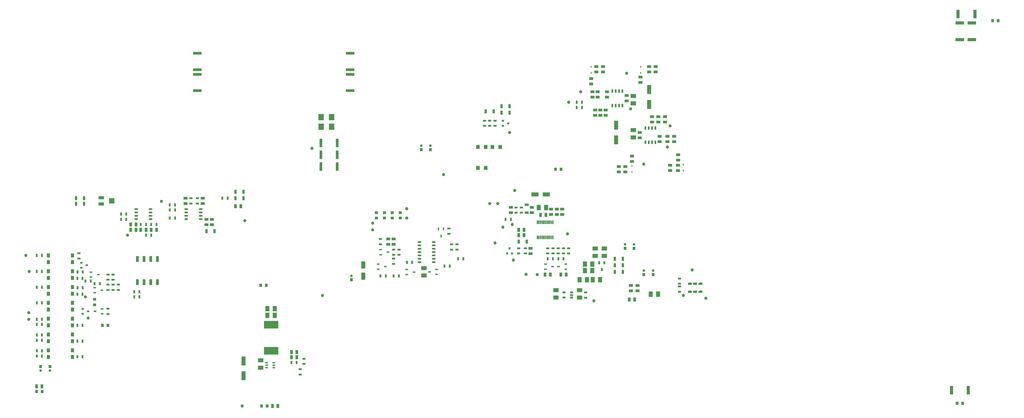
<source format=gtp>
G04*
G04 #@! TF.GenerationSoftware,Altium Limited,Altium Designer,21.0.8 (223)*
G04*
G04 Layer_Color=8421504*
%FSLAX25Y25*%
%MOIN*%
G70*
G04*
G04 #@! TF.SameCoordinates,D4AC0FB7-5EE2-434E-9BC9-89E16216D52D*
G04*
G04*
G04 #@! TF.FilePolarity,Positive*
G04*
G01*
G75*
%ADD22R,0.02756X0.04921*%
%ADD23R,0.04921X0.02756*%
%ADD24R,0.03543X0.03150*%
%ADD25R,0.03937X0.02362*%
%ADD26R,0.04724X0.04331*%
%ADD27R,0.04331X0.04724*%
%ADD28R,0.04000X0.06000*%
%ADD29R,0.04900X0.12500*%
%ADD30R,0.12500X0.04900*%
%ADD31R,0.03937X0.04724*%
%ADD32C,0.03937*%
%ADD33C,0.04724*%
%ADD34R,0.08000X0.06000*%
%ADD35R,0.11024X0.06299*%
%ADD36R,0.04331X0.08661*%
%ADD37R,0.06000X0.08000*%
G04:AMPARAMS|DCode=38|XSize=25.59mil|YSize=47.24mil|CornerRadius=1.92mil|HoleSize=0mil|Usage=FLASHONLY|Rotation=0.000|XOffset=0mil|YOffset=0mil|HoleType=Round|Shape=RoundedRectangle|*
%AMROUNDEDRECTD38*
21,1,0.02559,0.04341,0,0,0.0*
21,1,0.02175,0.04724,0,0,0.0*
1,1,0.00384,0.01088,-0.02170*
1,1,0.00384,-0.01088,-0.02170*
1,1,0.00384,-0.01088,0.02170*
1,1,0.00384,0.01088,0.02170*
%
%ADD38ROUNDEDRECTD38*%
%ADD39R,0.21260X0.11417*%
%ADD40R,0.07874X0.09646*%
%ADD41R,0.02362X0.03937*%
%ADD42R,0.03347X0.06299*%
%ADD43R,0.06299X0.03347*%
%ADD44R,0.05512X0.05906*%
%ADD45R,0.06000X0.04000*%
%ADD46R,0.06299X0.11024*%
%ADD47O,0.05709X0.02362*%
%ADD48R,0.05118X0.05906*%
%ADD49R,0.07874X0.05118*%
%ADD50R,0.07874X0.07874*%
%ADD51R,0.03150X0.03543*%
%ADD52O,0.01772X0.05906*%
G04:AMPARAMS|DCode=53|XSize=25.59mil|YSize=47.24mil|CornerRadius=1.92mil|HoleSize=0mil|Usage=FLASHONLY|Rotation=270.000|XOffset=0mil|YOffset=0mil|HoleType=Round|Shape=RoundedRectangle|*
%AMROUNDEDRECTD53*
21,1,0.02559,0.04341,0,0,270.0*
21,1,0.02175,0.04724,0,0,270.0*
1,1,0.00384,-0.02170,-0.01088*
1,1,0.00384,-0.02170,0.01088*
1,1,0.00384,0.02170,0.01088*
1,1,0.00384,0.02170,-0.01088*
%
%ADD53ROUNDEDRECTD53*%
%ADD54O,0.02362X0.05709*%
%ADD55R,0.01575X0.03150*%
%ADD56R,0.06299X0.13780*%
%ADD57R,0.03937X0.12598*%
%ADD58R,0.12598X0.03937*%
D22*
X133858Y190945D02*
D03*
X141732D02*
D03*
X120079Y194882D02*
D03*
X127953D02*
D03*
X192913Y179134D02*
D03*
X200787D02*
D03*
X192913Y171260D02*
D03*
X200787D02*
D03*
X656758Y217344D02*
D03*
X664632D02*
D03*
X685039Y228346D02*
D03*
X677165D02*
D03*
X588583Y202756D02*
D03*
X580709D02*
D03*
X568898D02*
D03*
X561024D02*
D03*
X608464Y223128D02*
D03*
X600590D02*
D03*
X116142Y185039D02*
D03*
X108268D02*
D03*
X862205Y454724D02*
D03*
X854331D02*
D03*
X862205Y462598D02*
D03*
X854331D02*
D03*
X115737Y175197D02*
D03*
X107863D02*
D03*
Y198819D02*
D03*
X115737D02*
D03*
Y81496D02*
D03*
X107863D02*
D03*
X115737Y105071D02*
D03*
X107863D02*
D03*
Y128748D02*
D03*
X115737D02*
D03*
X47244Y129921D02*
D03*
X55118D02*
D03*
X47244Y106299D02*
D03*
X55118D02*
D03*
X47244Y82677D02*
D03*
X55118D02*
D03*
X47244Y209407D02*
D03*
X55118D02*
D03*
X47244Y162353D02*
D03*
X55118D02*
D03*
X47244Y185800D02*
D03*
X55118D02*
D03*
X47244Y233144D02*
D03*
X55118D02*
D03*
X47244Y137795D02*
D03*
X55118D02*
D03*
X47244Y114173D02*
D03*
X55118D02*
D03*
Y90551D02*
D03*
X47244D02*
D03*
X116142Y208661D02*
D03*
X108268D02*
D03*
X748032Y287402D02*
D03*
X755905D02*
D03*
X826926Y228346D02*
D03*
X834800D02*
D03*
X811024D02*
D03*
X818898D02*
D03*
X427953Y73032D02*
D03*
X435827D02*
D03*
X173228Y295276D02*
D03*
X181102D02*
D03*
Y287402D02*
D03*
X173228D02*
D03*
X210630Y279528D02*
D03*
X202756D02*
D03*
X226378D02*
D03*
X218504D02*
D03*
X324803Y318898D02*
D03*
X332677D02*
D03*
X253937Y301181D02*
D03*
X246063D02*
D03*
X253937Y289370D02*
D03*
X246063D02*
D03*
X253937Y309055D02*
D03*
X246063D02*
D03*
X218504Y263779D02*
D03*
X210630D02*
D03*
D23*
X110236Y236611D02*
D03*
Y228737D02*
D03*
X771654Y297244D02*
D03*
Y305118D02*
D03*
X440945Y55118D02*
D03*
Y62992D02*
D03*
X446850Y70866D02*
D03*
Y78740D02*
D03*
X1007874Y187008D02*
D03*
Y179134D02*
D03*
Y198787D02*
D03*
Y190913D02*
D03*
X867700Y170141D02*
D03*
Y178015D02*
D03*
X277559Y311024D02*
D03*
Y318898D02*
D03*
X675197Y242126D02*
D03*
Y250000D02*
D03*
X663386Y265748D02*
D03*
Y273622D02*
D03*
X667323Y242126D02*
D03*
Y250000D02*
D03*
X588583Y234252D02*
D03*
Y242126D02*
D03*
X580709D02*
D03*
Y234252D02*
D03*
X561024Y257874D02*
D03*
Y250000D02*
D03*
X580709Y228504D02*
D03*
Y220630D02*
D03*
X724409Y427165D02*
D03*
Y435039D02*
D03*
X732283D02*
D03*
Y427165D02*
D03*
X716535Y435039D02*
D03*
Y427165D02*
D03*
X169291Y181693D02*
D03*
Y189567D02*
D03*
X153543Y181693D02*
D03*
Y189567D02*
D03*
X161417Y181693D02*
D03*
Y189567D02*
D03*
X153543Y204724D02*
D03*
Y196850D02*
D03*
X161417D02*
D03*
Y204724D02*
D03*
X153543Y145669D02*
D03*
Y153543D02*
D03*
X767717Y236221D02*
D03*
Y244094D02*
D03*
X818898Y236221D02*
D03*
Y244094D02*
D03*
X842520Y236221D02*
D03*
Y244094D02*
D03*
X834646Y236221D02*
D03*
Y244094D02*
D03*
X811024D02*
D03*
Y236221D02*
D03*
X777559Y236157D02*
D03*
Y244032D02*
D03*
X763779Y305118D02*
D03*
Y297244D02*
D03*
X826772Y244094D02*
D03*
Y236221D02*
D03*
X287402Y318898D02*
D03*
Y311024D02*
D03*
D24*
X122007Y218577D02*
D03*
X114133Y214837D02*
D03*
Y222317D02*
D03*
X116124Y153347D02*
D03*
Y145866D02*
D03*
X123998Y149606D02*
D03*
X751968Y431102D02*
D03*
X744095Y427362D02*
D03*
Y434842D02*
D03*
D25*
X133967Y184983D02*
D03*
Y177502D02*
D03*
X144794Y181243D02*
D03*
X139272Y204724D02*
D03*
X128445Y200984D02*
D03*
Y208465D02*
D03*
X145177Y145866D02*
D03*
Y153347D02*
D03*
X134350Y149606D02*
D03*
X572342Y238189D02*
D03*
X561516Y234449D02*
D03*
Y241929D02*
D03*
X568405Y216535D02*
D03*
X557579Y212795D02*
D03*
Y220276D02*
D03*
X645177Y204921D02*
D03*
Y212402D02*
D03*
X634350Y208661D02*
D03*
X611221Y208465D02*
D03*
X600394Y204724D02*
D03*
Y212205D02*
D03*
X827264Y216535D02*
D03*
X838091Y220276D02*
D03*
Y212795D02*
D03*
X818406Y216535D02*
D03*
X807579Y212795D02*
D03*
Y220276D02*
D03*
X390918Y72806D02*
D03*
Y69065D02*
D03*
Y65325D02*
D03*
X401745D02*
D03*
Y69065D02*
D03*
Y72806D02*
D03*
D26*
X133858Y167520D02*
D03*
Y159252D02*
D03*
X555118Y297441D02*
D03*
Y289173D02*
D03*
X566929Y297441D02*
D03*
Y289173D02*
D03*
X578740Y297441D02*
D03*
Y289173D02*
D03*
X590551Y297441D02*
D03*
Y289173D02*
D03*
D27*
X822638Y362205D02*
D03*
X830906D02*
D03*
X47047Y29528D02*
D03*
X55315D02*
D03*
X391732Y7874D02*
D03*
X383465D02*
D03*
X390354Y188586D02*
D03*
X382086D02*
D03*
X1431299Y11811D02*
D03*
X1423032D02*
D03*
X1476181Y584646D02*
D03*
X1484449D02*
D03*
X145472Y128748D02*
D03*
X153740D02*
D03*
D28*
X55181Y37402D02*
D03*
X47181D02*
D03*
X407543Y7874D02*
D03*
X399543D02*
D03*
X352425Y307087D02*
D03*
X344425D02*
D03*
X195849Y279528D02*
D03*
X187849D02*
D03*
X195766Y271759D02*
D03*
X187766D02*
D03*
X941008Y167323D02*
D03*
X933008D02*
D03*
X800379Y294018D02*
D03*
X808379D02*
D03*
X775654Y263779D02*
D03*
X767654D02*
D03*
X775655Y271654D02*
D03*
X767655D02*
D03*
X838646Y204724D02*
D03*
X830646D02*
D03*
X807024D02*
D03*
X815024D02*
D03*
X427890Y88779D02*
D03*
X435890D02*
D03*
X218441Y271654D02*
D03*
X226441D02*
D03*
X202693D02*
D03*
X210693D02*
D03*
X427890Y80905D02*
D03*
X435890D02*
D03*
D29*
X1414615Y31496D02*
D03*
X1439715D02*
D03*
X1424458Y594488D02*
D03*
X1449558D02*
D03*
D30*
X1427165Y556348D02*
D03*
Y581448D02*
D03*
X1444882Y556348D02*
D03*
Y581448D02*
D03*
D31*
X66929Y66929D02*
D03*
X53150D02*
D03*
X517602Y196850D02*
D03*
X635827Y391732D02*
D03*
X622047D02*
D03*
X940000Y244094D02*
D03*
X926575D02*
D03*
X954724Y204724D02*
D03*
X968701D02*
D03*
D32*
X66929Y61024D02*
D03*
X53150D02*
D03*
X517602Y202756D02*
D03*
X635827Y397638D02*
D03*
X622047D02*
D03*
X940000Y250000D02*
D03*
X926575D02*
D03*
X954724Y210630D02*
D03*
X968701D02*
D03*
D33*
X35433Y137795D02*
D03*
X124016Y139764D02*
D03*
X35433Y147638D02*
D03*
X120079Y171260D02*
D03*
X36129Y209407D02*
D03*
X31169Y233144D02*
D03*
X842520Y462598D02*
D03*
X1013780Y173228D02*
D03*
X1026933Y211762D02*
D03*
X358268Y285433D02*
D03*
X183071Y263779D02*
D03*
X233731Y314439D02*
D03*
X354331Y7874D02*
D03*
X879921Y165354D02*
D03*
X1047244Y169291D02*
D03*
X935039Y452756D02*
D03*
X860236Y478346D02*
D03*
X994094Y427165D02*
D03*
X990158Y395669D02*
D03*
X474409Y173228D02*
D03*
X549213Y281496D02*
D03*
X600394Y303150D02*
D03*
X549213Y271654D02*
D03*
X600394Y289370D02*
D03*
X795276Y204724D02*
D03*
X778740Y204921D02*
D03*
X759842Y226378D02*
D03*
X724409Y311024D02*
D03*
X757874Y279528D02*
D03*
X736221Y311024D02*
D03*
X732283Y251969D02*
D03*
X840551Y265748D02*
D03*
X761811Y330709D02*
D03*
X753937Y417323D02*
D03*
X929134Y505905D02*
D03*
X954724Y370079D02*
D03*
X655512Y354331D02*
D03*
X744095Y275590D02*
D03*
X458661Y393701D02*
D03*
D34*
X625984Y214161D02*
D03*
Y203161D02*
D03*
X938976Y420854D02*
D03*
Y409854D02*
D03*
X895669Y243689D02*
D03*
Y232689D02*
D03*
X881890D02*
D03*
Y243689D02*
D03*
X858658Y181172D02*
D03*
Y170172D02*
D03*
X823327D02*
D03*
Y181172D02*
D03*
X938976Y472035D02*
D03*
Y461035D02*
D03*
X381890Y65366D02*
D03*
Y76366D02*
D03*
D35*
X808871Y324736D02*
D03*
X791942D02*
D03*
D36*
X227598Y193307D02*
D03*
X217598D02*
D03*
X207598D02*
D03*
X197598D02*
D03*
Y227953D02*
D03*
X217598D02*
D03*
X227598D02*
D03*
X207598D02*
D03*
D37*
X975972Y175197D02*
D03*
X964972D02*
D03*
X866547Y220472D02*
D03*
X877547D02*
D03*
X866547Y210630D02*
D03*
X877547D02*
D03*
X858673Y196850D02*
D03*
X869673D02*
D03*
X889358Y196850D02*
D03*
X878358D02*
D03*
X797650Y305118D02*
D03*
X808650D02*
D03*
X403138Y153543D02*
D03*
X392138D02*
D03*
X403138Y143701D02*
D03*
X392138D02*
D03*
D38*
X891929Y212205D02*
D03*
X888189Y222441D02*
D03*
X895669D02*
D03*
D39*
X397638Y129724D02*
D03*
Y90748D02*
D03*
D40*
X472441Y440158D02*
D03*
Y425984D02*
D03*
X488189D02*
D03*
Y440158D02*
D03*
D41*
X655315Y273130D02*
D03*
X647835D02*
D03*
X651575Y262303D02*
D03*
D42*
X911319Y228346D02*
D03*
X923327D02*
D03*
Y208661D02*
D03*
X911319D02*
D03*
X923327Y218504D02*
D03*
X911319D02*
D03*
X718307Y448819D02*
D03*
X730315D02*
D03*
X742028Y456693D02*
D03*
X754035D02*
D03*
X742028Y446850D02*
D03*
X754035D02*
D03*
X118018Y318898D02*
D03*
X106010D02*
D03*
X118018Y310663D02*
D03*
X106010D02*
D03*
X767618Y253937D02*
D03*
X779626D02*
D03*
X301083Y269685D02*
D03*
X313090D02*
D03*
X344390Y328740D02*
D03*
X356398D02*
D03*
Y318898D02*
D03*
X344390D02*
D03*
D43*
X1031496Y179035D02*
D03*
Y191043D02*
D03*
X1039370Y179035D02*
D03*
Y191043D02*
D03*
X1023622Y179035D02*
D03*
Y191043D02*
D03*
X779528Y309252D02*
D03*
Y297244D02*
D03*
D44*
X718504Y364173D02*
D03*
X706693D02*
D03*
X718504Y395669D02*
D03*
X706693D02*
D03*
X740158D02*
D03*
X728346D02*
D03*
D45*
X899606Y470409D02*
D03*
Y478409D02*
D03*
X885827Y470409D02*
D03*
Y478409D02*
D03*
X877953Y470409D02*
D03*
Y478409D02*
D03*
X935417Y188399D02*
D03*
Y180399D02*
D03*
X945413Y188399D02*
D03*
Y180399D02*
D03*
X580709Y249937D02*
D03*
Y257937D02*
D03*
X572835D02*
D03*
Y249937D02*
D03*
X295276Y318961D02*
D03*
Y310961D02*
D03*
X269685Y318961D02*
D03*
Y310961D02*
D03*
X816107Y294742D02*
D03*
Y302742D02*
D03*
X832628Y294701D02*
D03*
Y302701D02*
D03*
X787402Y297181D02*
D03*
Y305181D02*
D03*
X785433Y244094D02*
D03*
Y236094D02*
D03*
X824802Y294708D02*
D03*
Y302708D02*
D03*
X755905Y297181D02*
D03*
Y305181D02*
D03*
X962598Y507811D02*
D03*
Y515811D02*
D03*
X1005713Y368370D02*
D03*
Y360370D02*
D03*
X937008Y381953D02*
D03*
Y373953D02*
D03*
X967052Y441070D02*
D03*
Y433070D02*
D03*
X889764Y450850D02*
D03*
Y442850D02*
D03*
X897638Y450850D02*
D03*
Y442850D02*
D03*
X883858Y515811D02*
D03*
Y507811D02*
D03*
X927165Y366205D02*
D03*
Y358205D02*
D03*
X994094Y368173D02*
D03*
Y360173D02*
D03*
X309055Y279465D02*
D03*
Y287465D02*
D03*
X990158Y403480D02*
D03*
Y411480D02*
D03*
X978347Y403480D02*
D03*
Y411480D02*
D03*
X986220Y441008D02*
D03*
Y433008D02*
D03*
X1000000Y403480D02*
D03*
Y411480D02*
D03*
X881890Y450850D02*
D03*
Y442850D02*
D03*
X948819Y409386D02*
D03*
Y417386D02*
D03*
X929134Y464504D02*
D03*
Y472504D02*
D03*
X949790Y500165D02*
D03*
Y492165D02*
D03*
X972441Y515811D02*
D03*
Y507811D02*
D03*
X1005906Y383921D02*
D03*
Y375921D02*
D03*
X976378Y441008D02*
D03*
Y433008D02*
D03*
X893701Y515811D02*
D03*
Y507811D02*
D03*
X875984Y498095D02*
D03*
Y490095D02*
D03*
X917323Y366205D02*
D03*
Y358205D02*
D03*
X301181Y279465D02*
D03*
Y287465D02*
D03*
D46*
X535433Y219094D02*
D03*
Y202165D02*
D03*
D47*
X640650Y223189D02*
D03*
Y228189D02*
D03*
Y233189D02*
D03*
Y238189D02*
D03*
Y243189D02*
D03*
Y248189D02*
D03*
Y253189D02*
D03*
X619193Y223189D02*
D03*
Y228189D02*
D03*
Y233189D02*
D03*
Y238189D02*
D03*
Y243189D02*
D03*
Y248189D02*
D03*
Y253189D02*
D03*
X270768Y302776D02*
D03*
Y297776D02*
D03*
Y292776D02*
D03*
Y287776D02*
D03*
X292224Y302776D02*
D03*
Y297776D02*
D03*
Y292776D02*
D03*
Y287776D02*
D03*
X217421D02*
D03*
Y292776D02*
D03*
Y297776D02*
D03*
Y302776D02*
D03*
X195965Y287776D02*
D03*
Y292776D02*
D03*
Y297776D02*
D03*
Y302776D02*
D03*
D48*
X100787Y223189D02*
D03*
Y233189D02*
D03*
X64567Y223189D02*
D03*
Y233189D02*
D03*
X64567Y91457D02*
D03*
Y81457D02*
D03*
X100787Y91457D02*
D03*
Y81457D02*
D03*
X64567Y185945D02*
D03*
Y175945D02*
D03*
X100787Y185945D02*
D03*
Y175945D02*
D03*
X64567Y209567D02*
D03*
Y199567D02*
D03*
X100787Y209567D02*
D03*
Y199567D02*
D03*
X64567Y162323D02*
D03*
Y152323D02*
D03*
X100787Y162323D02*
D03*
Y152323D02*
D03*
X100787Y128701D02*
D03*
Y138701D02*
D03*
X64567Y128701D02*
D03*
Y138701D02*
D03*
X100787Y105079D02*
D03*
Y115079D02*
D03*
X64567Y105079D02*
D03*
Y115079D02*
D03*
D49*
X143701Y310433D02*
D03*
Y319488D02*
D03*
D50*
X159449Y314961D02*
D03*
D51*
X753937Y244094D02*
D03*
X757677Y236221D02*
D03*
X750197D02*
D03*
D52*
X795571Y260236D02*
D03*
X798130D02*
D03*
X800689D02*
D03*
X803248D02*
D03*
X805807D02*
D03*
X808366D02*
D03*
X810925D02*
D03*
X813484D02*
D03*
X816043D02*
D03*
X818602D02*
D03*
X795571Y283071D02*
D03*
X798130D02*
D03*
X800689D02*
D03*
X803248D02*
D03*
X805807D02*
D03*
X808366D02*
D03*
X810925D02*
D03*
X813484D02*
D03*
X816043D02*
D03*
X818602D02*
D03*
D53*
X846850Y170369D02*
D03*
Y174109D02*
D03*
Y177849D02*
D03*
X835236D02*
D03*
Y170369D02*
D03*
D54*
X972067Y424114D02*
D03*
X967067D02*
D03*
X962067D02*
D03*
X957067D02*
D03*
X972067Y402658D02*
D03*
X967067D02*
D03*
X962067D02*
D03*
X957067D02*
D03*
X907854Y457776D02*
D03*
X912854D02*
D03*
X917854D02*
D03*
X922854D02*
D03*
X907854Y479232D02*
D03*
X912854D02*
D03*
X917854D02*
D03*
X922854D02*
D03*
D55*
X949899Y515649D02*
D03*
Y506594D02*
D03*
X876049Y515731D02*
D03*
Y506676D02*
D03*
X937005Y358315D02*
D03*
Y367370D02*
D03*
X1013825Y360316D02*
D03*
Y369371D02*
D03*
D56*
X356299Y75197D02*
D03*
Y53150D02*
D03*
X962598Y459449D02*
D03*
Y481496D02*
D03*
X913386Y406299D02*
D03*
Y428346D02*
D03*
D57*
X496457Y366142D02*
D03*
X472047D02*
D03*
Y383858D02*
D03*
X496457D02*
D03*
Y401575D02*
D03*
X472047D02*
D03*
D58*
X515748Y511417D02*
D03*
Y535827D02*
D03*
X287402Y504331D02*
D03*
Y479921D02*
D03*
Y535827D02*
D03*
Y511417D02*
D03*
X515748Y504331D02*
D03*
Y479921D02*
D03*
M02*

</source>
